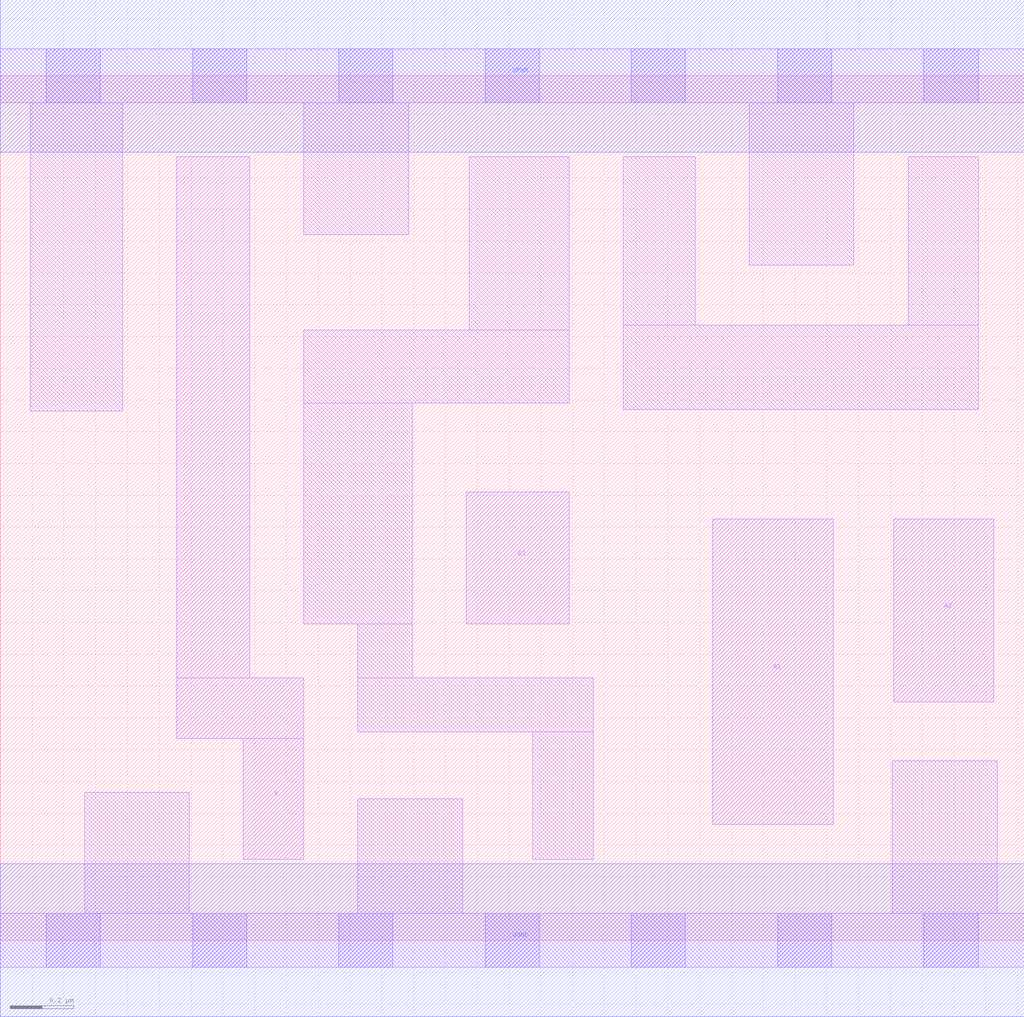
<source format=lef>
# Copyright 2020 The SkyWater PDK Authors
#
# Licensed under the Apache License, Version 2.0 (the "License");
# you may not use this file except in compliance with the License.
# You may obtain a copy of the License at
#
#     https://www.apache.org/licenses/LICENSE-2.0
#
# Unless required by applicable law or agreed to in writing, software
# distributed under the License is distributed on an "AS IS" BASIS,
# WITHOUT WARRANTIES OR CONDITIONS OF ANY KIND, either express or implied.
# See the License for the specific language governing permissions and
# limitations under the License.
#
# SPDX-License-Identifier: Apache-2.0

VERSION 5.7 ;
  NAMESCASESENSITIVE ON ;
  NOWIREEXTENSIONATPIN ON ;
  DIVIDERCHAR "/" ;
  BUSBITCHARS "[]" ;
UNITS
  DATABASE MICRONS 200 ;
END UNITS
MACRO sky130_fd_sc_hd__a21o_2
  CLASS CORE ;
  FOREIGN sky130_fd_sc_hd__a21o_2 ;
  ORIGIN  0.000000  0.000000 ;
  SIZE  3.220000 BY  2.720000 ;
  SYMMETRY X Y R90 ;
  SITE unithd ;
  PIN A1
    ANTENNAGATEAREA  0.247500 ;
    DIRECTION INPUT ;
    USE SIGNAL ;
    PORT
      LAYER li1 ;
        RECT 2.240000 0.365000 2.620000 1.325000 ;
    END
  END A1
  PIN A2
    ANTENNAGATEAREA  0.247500 ;
    DIRECTION INPUT ;
    USE SIGNAL ;
    PORT
      LAYER li1 ;
        RECT 2.810000 0.750000 3.125000 1.325000 ;
    END
  END A2
  PIN B1
    ANTENNAGATEAREA  0.247500 ;
    DIRECTION INPUT ;
    USE SIGNAL ;
    PORT
      LAYER li1 ;
        RECT 1.465000 0.995000 1.790000 1.410000 ;
    END
  END B1
  PIN X
    ANTENNADIFFAREA  0.462000 ;
    DIRECTION OUTPUT ;
    USE SIGNAL ;
    PORT
      LAYER li1 ;
        RECT 0.555000 0.635000 0.955000 0.825000 ;
        RECT 0.555000 0.825000 0.785000 2.465000 ;
        RECT 0.765000 0.255000 0.955000 0.635000 ;
    END
  END X
  PIN VGND
    DIRECTION INOUT ;
    SHAPE ABUTMENT ;
    USE GROUND ;
    PORT
      LAYER met1 ;
        RECT 0.000000 -0.240000 3.220000 0.240000 ;
    END
  END VGND
  PIN VPWR
    DIRECTION INOUT ;
    SHAPE ABUTMENT ;
    USE POWER ;
    PORT
      LAYER met1 ;
        RECT 0.000000 2.480000 3.220000 2.960000 ;
    END
  END VPWR
  OBS
    LAYER li1 ;
      RECT 0.000000 -0.085000 3.220000 0.085000 ;
      RECT 0.000000  2.635000 3.220000 2.805000 ;
      RECT 0.095000  1.665000 0.385000 2.635000 ;
      RECT 0.265000  0.085000 0.595000 0.465000 ;
      RECT 0.955000  0.995000 1.295000 1.690000 ;
      RECT 0.955000  1.690000 1.790000 1.920000 ;
      RECT 0.955000  2.220000 1.285000 2.635000 ;
      RECT 1.125000  0.085000 1.455000 0.445000 ;
      RECT 1.125000  0.655000 1.865000 0.825000 ;
      RECT 1.125000  0.825000 1.295000 0.995000 ;
      RECT 1.475000  1.920000 1.790000 2.465000 ;
      RECT 1.675000  0.255000 1.865000 0.655000 ;
      RECT 1.960000  1.670000 3.075000 1.935000 ;
      RECT 1.960000  1.935000 2.185000 2.465000 ;
      RECT 2.355000  2.125000 2.685000 2.635000 ;
      RECT 2.805000  0.085000 3.135000 0.565000 ;
      RECT 2.855000  1.935000 3.075000 2.465000 ;
    LAYER mcon ;
      RECT 0.145000 -0.085000 0.315000 0.085000 ;
      RECT 0.145000  2.635000 0.315000 2.805000 ;
      RECT 0.605000 -0.085000 0.775000 0.085000 ;
      RECT 0.605000  2.635000 0.775000 2.805000 ;
      RECT 1.065000 -0.085000 1.235000 0.085000 ;
      RECT 1.065000  2.635000 1.235000 2.805000 ;
      RECT 1.525000 -0.085000 1.695000 0.085000 ;
      RECT 1.525000  2.635000 1.695000 2.805000 ;
      RECT 1.985000 -0.085000 2.155000 0.085000 ;
      RECT 1.985000  2.635000 2.155000 2.805000 ;
      RECT 2.445000 -0.085000 2.615000 0.085000 ;
      RECT 2.445000  2.635000 2.615000 2.805000 ;
      RECT 2.905000 -0.085000 3.075000 0.085000 ;
      RECT 2.905000  2.635000 3.075000 2.805000 ;
  END
END sky130_fd_sc_hd__a21o_2
END LIBRARY

</source>
